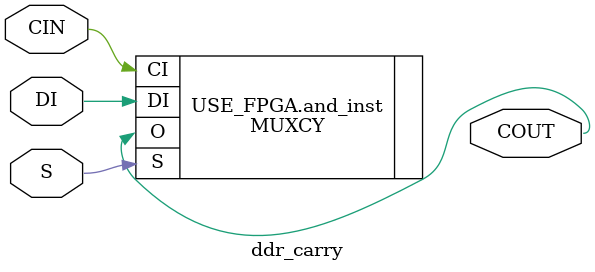
<source format=v>
`timescale 1ps/1ps


module ddr_carry #
  (
   parameter         C_FAMILY                         = "virtex6"
                       // FPGA Family. Current version: virtex6 or spartan6.
   )
  (
   input  wire        CIN,
   input  wire        S,
   input  wire        DI,
   output wire        COUT
   );
  
  
  /////////////////////////////////////////////////////////////////////////////
  // Variables for generating parameter controlled instances.
  /////////////////////////////////////////////////////////////////////////////
  
  
  /////////////////////////////////////////////////////////////////////////////
  // Local params
  /////////////////////////////////////////////////////////////////////////////
  
  
  /////////////////////////////////////////////////////////////////////////////
  // Functions
  /////////////////////////////////////////////////////////////////////////////
  
  
  /////////////////////////////////////////////////////////////////////////////
  // Internal signals
  /////////////////////////////////////////////////////////////////////////////
  
  
  /////////////////////////////////////////////////////////////////////////////
  // Instantiate or use RTL code
  /////////////////////////////////////////////////////////////////////////////
  
  generate
    if ( C_FAMILY == "rtl" ) begin : USE_RTL
      assign COUT = (CIN & S) | (DI & ~S);
      
    end else begin : USE_FPGA
    
      MUXCY and_inst 
      (
       .O (COUT), 
       .CI (CIN), 
       .DI (DI), 
       .S (S)
      ); 
      
    end
  endgenerate
  
  
endmodule


</source>
